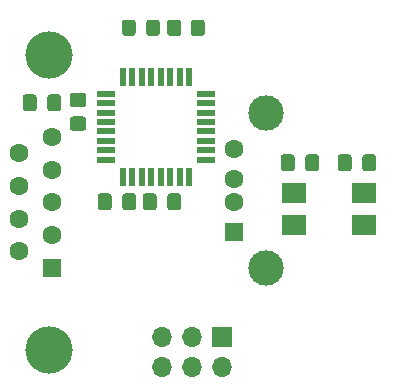
<source format=gbr>
%TF.GenerationSoftware,KiCad,Pcbnew,(5.1.10)-1*%
%TF.CreationDate,2021-11-06T11:37:03+01:00*%
%TF.ProjectId,msx-mouse-adapter,6d73782d-6d6f-4757-9365-2d6164617074,rev?*%
%TF.SameCoordinates,Original*%
%TF.FileFunction,Soldermask,Bot*%
%TF.FilePolarity,Negative*%
%FSLAX46Y46*%
G04 Gerber Fmt 4.6, Leading zero omitted, Abs format (unit mm)*
G04 Created by KiCad (PCBNEW (5.1.10)-1) date 2021-11-06 11:37:03*
%MOMM*%
%LPD*%
G01*
G04 APERTURE LIST*
%ADD10R,0.550000X1.600000*%
%ADD11R,1.600000X0.550000*%
%ADD12C,3.000000*%
%ADD13R,1.500000X1.600000*%
%ADD14C,1.600000*%
%ADD15R,1.700000X1.700000*%
%ADD16O,1.700000X1.700000*%
%ADD17R,2.100000X1.700000*%
%ADD18C,4.000000*%
%ADD19R,1.600000X1.600000*%
G04 APERTURE END LIST*
D10*
%TO.C,U1*%
X134868000Y-39692000D03*
X135668000Y-39692000D03*
X136468000Y-39692000D03*
X137268000Y-39692000D03*
X138068000Y-39692000D03*
X138868000Y-39692000D03*
X139668000Y-39692000D03*
X140468000Y-39692000D03*
D11*
X141918000Y-41142000D03*
X141918000Y-41942000D03*
X141918000Y-42742000D03*
X141918000Y-43542000D03*
X141918000Y-44342000D03*
X141918000Y-45142000D03*
X141918000Y-45942000D03*
X141918000Y-46742000D03*
D10*
X140468000Y-48192000D03*
X139668000Y-48192000D03*
X138868000Y-48192000D03*
X138068000Y-48192000D03*
X137268000Y-48192000D03*
X136468000Y-48192000D03*
X135668000Y-48192000D03*
X134868000Y-48192000D03*
D11*
X133418000Y-46742000D03*
X133418000Y-45942000D03*
X133418000Y-45142000D03*
X133418000Y-44342000D03*
X133418000Y-43542000D03*
X133418000Y-42742000D03*
X133418000Y-41942000D03*
X133418000Y-41142000D03*
%TD*%
D12*
%TO.C,J2*%
X146982000Y-55902000D03*
X146982000Y-42762000D03*
D13*
X144272000Y-52832000D03*
D14*
X144272000Y-50332000D03*
X144272000Y-48332000D03*
X144272000Y-45832000D03*
%TD*%
D15*
%TO.C,J3*%
X143256000Y-61722000D03*
D16*
X143256000Y-64262000D03*
X140716000Y-61722000D03*
X140716000Y-64262000D03*
X138176000Y-61722000D03*
X138176000Y-64262000D03*
%TD*%
%TO.C,C4*%
G36*
G01*
X135991000Y-49817000D02*
X135991000Y-50767000D01*
G75*
G02*
X135741000Y-51017000I-250000J0D01*
G01*
X135066000Y-51017000D01*
G75*
G02*
X134816000Y-50767000I0J250000D01*
G01*
X134816000Y-49817000D01*
G75*
G02*
X135066000Y-49567000I250000J0D01*
G01*
X135741000Y-49567000D01*
G75*
G02*
X135991000Y-49817000I0J-250000D01*
G01*
G37*
G36*
G01*
X133916000Y-49817000D02*
X133916000Y-50767000D01*
G75*
G02*
X133666000Y-51017000I-250000J0D01*
G01*
X132991000Y-51017000D01*
G75*
G02*
X132741000Y-50767000I0J250000D01*
G01*
X132741000Y-49817000D01*
G75*
G02*
X132991000Y-49567000I250000J0D01*
G01*
X133666000Y-49567000D01*
G75*
G02*
X133916000Y-49817000I0J-250000D01*
G01*
G37*
%TD*%
D17*
%TO.C,Y1*%
X149352000Y-49530000D03*
X155252000Y-49530000D03*
X155252000Y-52230000D03*
X149352000Y-52230000D03*
%TD*%
%TO.C,C1*%
G36*
G01*
X136551000Y-50767000D02*
X136551000Y-49817000D01*
G75*
G02*
X136801000Y-49567000I250000J0D01*
G01*
X137476000Y-49567000D01*
G75*
G02*
X137726000Y-49817000I0J-250000D01*
G01*
X137726000Y-50767000D01*
G75*
G02*
X137476000Y-51017000I-250000J0D01*
G01*
X136801000Y-51017000D01*
G75*
G02*
X136551000Y-50767000I0J250000D01*
G01*
G37*
G36*
G01*
X138626000Y-50767000D02*
X138626000Y-49817000D01*
G75*
G02*
X138876000Y-49567000I250000J0D01*
G01*
X139551000Y-49567000D01*
G75*
G02*
X139801000Y-49817000I0J-250000D01*
G01*
X139801000Y-50767000D01*
G75*
G02*
X139551000Y-51017000I-250000J0D01*
G01*
X138876000Y-51017000D01*
G75*
G02*
X138626000Y-50767000I0J250000D01*
G01*
G37*
%TD*%
%TO.C,C2*%
G36*
G01*
X150310000Y-47465000D02*
X150310000Y-46515000D01*
G75*
G02*
X150560000Y-46265000I250000J0D01*
G01*
X151235000Y-46265000D01*
G75*
G02*
X151485000Y-46515000I0J-250000D01*
G01*
X151485000Y-47465000D01*
G75*
G02*
X151235000Y-47715000I-250000J0D01*
G01*
X150560000Y-47715000D01*
G75*
G02*
X150310000Y-47465000I0J250000D01*
G01*
G37*
G36*
G01*
X148235000Y-47465000D02*
X148235000Y-46515000D01*
G75*
G02*
X148485000Y-46265000I250000J0D01*
G01*
X149160000Y-46265000D01*
G75*
G02*
X149410000Y-46515000I0J-250000D01*
G01*
X149410000Y-47465000D01*
G75*
G02*
X149160000Y-47715000I-250000J0D01*
G01*
X148485000Y-47715000D01*
G75*
G02*
X148235000Y-47465000I0J250000D01*
G01*
G37*
%TD*%
%TO.C,C3*%
G36*
G01*
X156311000Y-46515000D02*
X156311000Y-47465000D01*
G75*
G02*
X156061000Y-47715000I-250000J0D01*
G01*
X155386000Y-47715000D01*
G75*
G02*
X155136000Y-47465000I0J250000D01*
G01*
X155136000Y-46515000D01*
G75*
G02*
X155386000Y-46265000I250000J0D01*
G01*
X156061000Y-46265000D01*
G75*
G02*
X156311000Y-46515000I0J-250000D01*
G01*
G37*
G36*
G01*
X154236000Y-46515000D02*
X154236000Y-47465000D01*
G75*
G02*
X153986000Y-47715000I-250000J0D01*
G01*
X153311000Y-47715000D01*
G75*
G02*
X153061000Y-47465000I0J250000D01*
G01*
X153061000Y-46515000D01*
G75*
G02*
X153311000Y-46265000I250000J0D01*
G01*
X153986000Y-46265000D01*
G75*
G02*
X154236000Y-46515000I0J-250000D01*
G01*
G37*
%TD*%
%TO.C,C5*%
G36*
G01*
X127566000Y-41435000D02*
X127566000Y-42385000D01*
G75*
G02*
X127316000Y-42635000I-250000J0D01*
G01*
X126641000Y-42635000D01*
G75*
G02*
X126391000Y-42385000I0J250000D01*
G01*
X126391000Y-41435000D01*
G75*
G02*
X126641000Y-41185000I250000J0D01*
G01*
X127316000Y-41185000D01*
G75*
G02*
X127566000Y-41435000I0J-250000D01*
G01*
G37*
G36*
G01*
X129641000Y-41435000D02*
X129641000Y-42385000D01*
G75*
G02*
X129391000Y-42635000I-250000J0D01*
G01*
X128716000Y-42635000D01*
G75*
G02*
X128466000Y-42385000I0J250000D01*
G01*
X128466000Y-41435000D01*
G75*
G02*
X128716000Y-41185000I250000J0D01*
G01*
X129391000Y-41185000D01*
G75*
G02*
X129641000Y-41435000I0J-250000D01*
G01*
G37*
%TD*%
%TO.C,R1*%
G36*
G01*
X130613999Y-41072000D02*
X131514001Y-41072000D01*
G75*
G02*
X131764000Y-41321999I0J-249999D01*
G01*
X131764000Y-42022001D01*
G75*
G02*
X131514001Y-42272000I-249999J0D01*
G01*
X130613999Y-42272000D01*
G75*
G02*
X130364000Y-42022001I0J249999D01*
G01*
X130364000Y-41321999D01*
G75*
G02*
X130613999Y-41072000I249999J0D01*
G01*
G37*
G36*
G01*
X130613999Y-43072000D02*
X131514001Y-43072000D01*
G75*
G02*
X131764000Y-43321999I0J-249999D01*
G01*
X131764000Y-44022001D01*
G75*
G02*
X131514001Y-44272000I-249999J0D01*
G01*
X130613999Y-44272000D01*
G75*
G02*
X130364000Y-44022001I0J249999D01*
G01*
X130364000Y-43321999D01*
G75*
G02*
X130613999Y-43072000I249999J0D01*
G01*
G37*
%TD*%
%TO.C,R2*%
G36*
G01*
X140608000Y-36010001D02*
X140608000Y-35109999D01*
G75*
G02*
X140857999Y-34860000I249999J0D01*
G01*
X141558001Y-34860000D01*
G75*
G02*
X141808000Y-35109999I0J-249999D01*
G01*
X141808000Y-36010001D01*
G75*
G02*
X141558001Y-36260000I-249999J0D01*
G01*
X140857999Y-36260000D01*
G75*
G02*
X140608000Y-36010001I0J249999D01*
G01*
G37*
G36*
G01*
X138608000Y-36010001D02*
X138608000Y-35109999D01*
G75*
G02*
X138857999Y-34860000I249999J0D01*
G01*
X139558001Y-34860000D01*
G75*
G02*
X139808000Y-35109999I0J-249999D01*
G01*
X139808000Y-36010001D01*
G75*
G02*
X139558001Y-36260000I-249999J0D01*
G01*
X138857999Y-36260000D01*
G75*
G02*
X138608000Y-36010001I0J249999D01*
G01*
G37*
%TD*%
%TO.C,D1*%
G36*
G01*
X134798000Y-36010001D02*
X134798000Y-35109999D01*
G75*
G02*
X135047999Y-34860000I249999J0D01*
G01*
X135698001Y-34860000D01*
G75*
G02*
X135948000Y-35109999I0J-249999D01*
G01*
X135948000Y-36010001D01*
G75*
G02*
X135698001Y-36260000I-249999J0D01*
G01*
X135047999Y-36260000D01*
G75*
G02*
X134798000Y-36010001I0J249999D01*
G01*
G37*
G36*
G01*
X136848000Y-36010001D02*
X136848000Y-35109999D01*
G75*
G02*
X137097999Y-34860000I249999J0D01*
G01*
X137748001Y-34860000D01*
G75*
G02*
X137998000Y-35109999I0J-249999D01*
G01*
X137998000Y-36010001D01*
G75*
G02*
X137748001Y-36260000I-249999J0D01*
G01*
X137097999Y-36260000D01*
G75*
G02*
X136848000Y-36010001I0J249999D01*
G01*
G37*
%TD*%
D14*
%TO.C,J1*%
X128905000Y-53110000D03*
X126065000Y-48955000D03*
X126065000Y-46185000D03*
D18*
X128605000Y-37840000D03*
X128605000Y-62840000D03*
D14*
X128905000Y-44800000D03*
X128905000Y-47570000D03*
X126065000Y-51725000D03*
D19*
X128905000Y-55880000D03*
D14*
X128905000Y-50340000D03*
X126065000Y-54495000D03*
%TD*%
M02*

</source>
